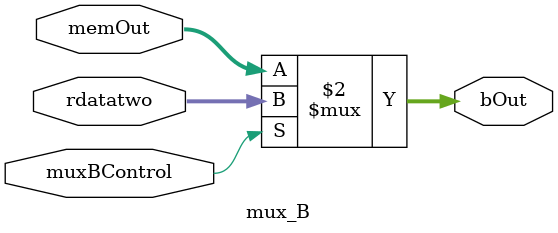
<source format=v>

module mux_B(input wire [31:0] memOut,
              input wire [31:0] rdatatwo,
              input wire muxBControl,
              output wire [31:0] bOut);
  
  assign bOut = (muxBControl == 1'b0) ? memOut : rdatatwo;
  
  
endmodule
</source>
